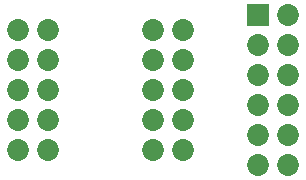
<source format=gbs>
G04 EAGLE Gerber RS-274X export*
G75*
%MOMM*%
%FSLAX34Y34*%
%LPD*%
%INSoldermask Bottom*%
%IPPOS*%
%AMOC8*
5,1,8,0,0,1.08239X$1,22.5*%
G01*
%ADD10C,1.853200*%
%ADD11R,1.853200X1.853200*%


D10*
X80010Y157480D03*
X54610Y157480D03*
X80010Y132080D03*
X54610Y132080D03*
X80010Y106680D03*
X54610Y106680D03*
X54610Y81280D03*
X80010Y81280D03*
X54610Y55880D03*
X80010Y55880D03*
X194310Y157480D03*
X168910Y157480D03*
X194310Y132080D03*
X168910Y132080D03*
X194310Y106680D03*
X168910Y106680D03*
X168910Y81280D03*
X194310Y81280D03*
X168910Y55880D03*
X194310Y55880D03*
D11*
X257810Y170180D03*
D10*
X283210Y170180D03*
X257810Y144780D03*
X283210Y144780D03*
X257810Y119380D03*
X283210Y119380D03*
X257810Y93980D03*
X283210Y93980D03*
X257810Y68580D03*
X283210Y68580D03*
X257810Y43180D03*
X283210Y43180D03*
M02*

</source>
